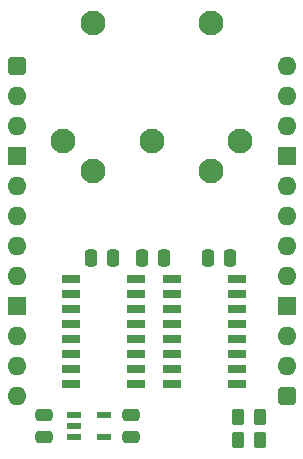
<source format=gbr>
%TF.GenerationSoftware,KiCad,Pcbnew,7.0.5*%
%TF.CreationDate,2024-01-10T19:55:36+02:00*%
%TF.ProjectId,SNES Controller Reader,534e4553-2043-46f6-9e74-726f6c6c6572,rev?*%
%TF.SameCoordinates,Original*%
%TF.FileFunction,Soldermask,Top*%
%TF.FilePolarity,Negative*%
%FSLAX46Y46*%
G04 Gerber Fmt 4.6, Leading zero omitted, Abs format (unit mm)*
G04 Created by KiCad (PCBNEW 7.0.5) date 2024-01-10 19:55:36*
%MOMM*%
%LPD*%
G01*
G04 APERTURE LIST*
G04 Aperture macros list*
%AMRoundRect*
0 Rectangle with rounded corners*
0 $1 Rounding radius*
0 $2 $3 $4 $5 $6 $7 $8 $9 X,Y pos of 4 corners*
0 Add a 4 corners polygon primitive as box body*
4,1,4,$2,$3,$4,$5,$6,$7,$8,$9,$2,$3,0*
0 Add four circle primitives for the rounded corners*
1,1,$1+$1,$2,$3*
1,1,$1+$1,$4,$5*
1,1,$1+$1,$6,$7*
1,1,$1+$1,$8,$9*
0 Add four rect primitives between the rounded corners*
20,1,$1+$1,$2,$3,$4,$5,0*
20,1,$1+$1,$4,$5,$6,$7,0*
20,1,$1+$1,$6,$7,$8,$9,0*
20,1,$1+$1,$8,$9,$2,$3,0*%
G04 Aperture macros list end*
%ADD10C,2.100000*%
%ADD11R,1.150000X0.600000*%
%ADD12R,1.550000X0.650000*%
%ADD13RoundRect,0.250000X0.475000X-0.250000X0.475000X0.250000X-0.475000X0.250000X-0.475000X-0.250000X0*%
%ADD14RoundRect,0.250000X-0.262500X-0.450000X0.262500X-0.450000X0.262500X0.450000X-0.262500X0.450000X0*%
%ADD15RoundRect,0.250000X0.250000X0.475000X-0.250000X0.475000X-0.250000X-0.475000X0.250000X-0.475000X0*%
%ADD16RoundRect,0.250000X0.262500X0.450000X-0.262500X0.450000X-0.262500X-0.450000X0.262500X-0.450000X0*%
%ADD17RoundRect,0.400000X-0.400000X-0.400000X0.400000X-0.400000X0.400000X0.400000X-0.400000X0.400000X0*%
%ADD18O,1.600000X1.600000*%
%ADD19R,1.600000X1.600000*%
G04 APERTURE END LIST*
D10*
%TO.C,J1*%
X90290000Y-77470000D03*
X97790000Y-77470000D03*
X105290000Y-77470000D03*
X92790000Y-79970000D03*
X102790000Y-79970000D03*
X92790000Y-67470000D03*
X102790000Y-67470000D03*
%TD*%
D11*
%TO.C,IC11*%
X91174000Y-100650000D03*
X91174000Y-101600000D03*
X91174000Y-102550000D03*
X93774000Y-102550000D03*
X93774000Y-100650000D03*
%TD*%
D12*
%TO.C,IC7*%
X99551000Y-89154000D03*
X99551000Y-90424000D03*
X99551000Y-91694000D03*
X99551000Y-92964000D03*
X99551000Y-94234000D03*
X99551000Y-95504000D03*
X99551000Y-96774000D03*
X99551000Y-98044000D03*
X105001000Y-98044000D03*
X105001000Y-96774000D03*
X105001000Y-95504000D03*
X105001000Y-94234000D03*
X105001000Y-92964000D03*
X105001000Y-91694000D03*
X105001000Y-90424000D03*
X105001000Y-89154000D03*
%TD*%
%TO.C,IC6*%
X91001000Y-89154000D03*
X91001000Y-90424000D03*
X91001000Y-91694000D03*
X91001000Y-92964000D03*
X91001000Y-94234000D03*
X91001000Y-95504000D03*
X91001000Y-96774000D03*
X91001000Y-98044000D03*
X96451000Y-98044000D03*
X96451000Y-96774000D03*
X96451000Y-95504000D03*
X96451000Y-94234000D03*
X96451000Y-92964000D03*
X96451000Y-91694000D03*
X96451000Y-90424000D03*
X96451000Y-89154000D03*
%TD*%
D13*
%TO.C,C10*%
X96000000Y-102534000D03*
X96000000Y-100634000D03*
%TD*%
D14*
%TO.C,R2*%
X105132500Y-100828000D03*
X106957500Y-100828000D03*
%TD*%
D15*
%TO.C,C8*%
X94533000Y-87376000D03*
X92633000Y-87376000D03*
%TD*%
%TO.C,C7*%
X104439000Y-87376000D03*
X102539000Y-87376000D03*
%TD*%
%TO.C,C6*%
X98851000Y-87376000D03*
X96951000Y-87376000D03*
%TD*%
D13*
%TO.C,C9*%
X88664000Y-102534000D03*
X88664000Y-100634000D03*
%TD*%
D16*
%TO.C,R1*%
X106957500Y-102753000D03*
X105132500Y-102753000D03*
%TD*%
D17*
%TO.C,J2*%
X86360000Y-71120000D03*
D18*
X86360000Y-73660000D03*
X86360000Y-76200000D03*
D19*
X86360000Y-78740000D03*
D18*
X86360000Y-81280000D03*
X86360000Y-83820000D03*
X86360000Y-86360000D03*
X86360000Y-88900000D03*
D19*
X86360000Y-91440000D03*
D18*
X86360000Y-93980000D03*
X86360000Y-96520000D03*
X86360000Y-99060000D03*
D17*
X109220000Y-99060000D03*
D18*
X109220000Y-96520000D03*
X109220000Y-93980000D03*
D19*
X109220000Y-91440000D03*
D18*
X109220000Y-88900000D03*
X109220000Y-86360000D03*
X109220000Y-83820000D03*
X109220000Y-81280000D03*
D19*
X109220000Y-78740000D03*
D18*
X109220000Y-76200000D03*
X109220000Y-73660000D03*
X109220000Y-71120000D03*
%TD*%
M02*

</source>
